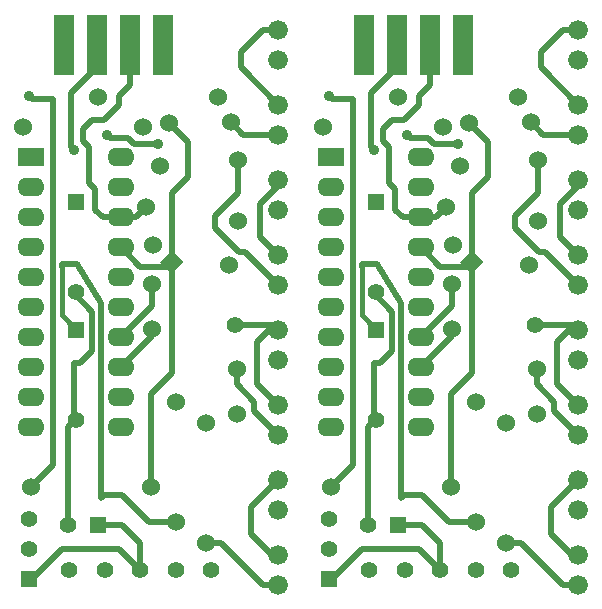
<source format=gbl>
G04 (created by PCBNEW-RS274X (2011-05-25)-stable) date Fri 31 Aug 2012 09:10:07 AM CDT*
G01*
G70*
G90*
%MOIN*%
G04 Gerber Fmt 3.4, Leading zero omitted, Abs format*
%FSLAX34Y34*%
G04 APERTURE LIST*
%ADD10C,0.006000*%
%ADD11C,0.055000*%
%ADD12C,0.060000*%
%ADD13R,0.090000X0.062000*%
%ADD14O,0.090000X0.062000*%
%ADD15R,0.070000X0.200000*%
%ADD16R,0.056000X0.056000*%
%ADD17C,0.056000*%
%ADD18C,0.066000*%
%ADD19R,0.055000X0.055000*%
%ADD20C,0.035000*%
%ADD21C,0.019700*%
%ADD22C,0.015000*%
G04 APERTURE END LIST*
G54D10*
G54D11*
X15581Y-18500D03*
X14400Y-18500D03*
X13219Y-18500D03*
X12038Y-18500D03*
X16762Y-18500D03*
G54D12*
X10500Y-03750D03*
X14500Y-03750D03*
X14750Y-15750D03*
X10750Y-15750D03*
X15600Y-16900D03*
X15600Y-12900D03*
X16600Y-17600D03*
X16600Y-13600D03*
X17614Y-13314D03*
X14786Y-10486D03*
X17614Y-11814D03*
X14786Y-08986D03*
X17347Y-08338D03*
X15053Y-05062D03*
X17664Y-04836D03*
X14836Y-07664D03*
X17647Y-06888D03*
X15353Y-03612D03*
X17414Y-03586D03*
X14586Y-06414D03*
X17000Y-02750D03*
X13000Y-02750D03*
G54D13*
X10750Y-04750D03*
G54D14*
X10750Y-05750D03*
X10750Y-06750D03*
X10750Y-07750D03*
X10750Y-08750D03*
X10750Y-09750D03*
X10750Y-10750D03*
X10750Y-11750D03*
X10750Y-12750D03*
X10750Y-13750D03*
X13750Y-13750D03*
X13750Y-12750D03*
X13750Y-11750D03*
X13750Y-10750D03*
X13750Y-09750D03*
X13750Y-08750D03*
X13750Y-07750D03*
X13750Y-06750D03*
X13750Y-05750D03*
X13750Y-04750D03*
G54D15*
X11850Y-01000D03*
X12950Y-01000D03*
X14050Y-01000D03*
X15150Y-01000D03*
G54D16*
X12250Y-10500D03*
G54D17*
X12250Y-13500D03*
G54D10*
G36*
X15835Y-08239D02*
X15439Y-08635D01*
X15043Y-08239D01*
X15439Y-07843D01*
X15835Y-08239D01*
X15835Y-08239D01*
G37*
G54D17*
X17561Y-10361D03*
G54D16*
X12250Y-06250D03*
G54D17*
X12250Y-09250D03*
G54D18*
X19000Y-01500D03*
X19000Y-00500D03*
X19000Y-04000D03*
X19000Y-03000D03*
X19000Y-06500D03*
X19000Y-05500D03*
X19000Y-09000D03*
X19000Y-08000D03*
X19000Y-11500D03*
X19000Y-10500D03*
X19000Y-14000D03*
X19000Y-13000D03*
X19000Y-16500D03*
X19000Y-15500D03*
X19000Y-19000D03*
X19000Y-18000D03*
G54D19*
X13000Y-17000D03*
G54D11*
X12000Y-17000D03*
G54D19*
X10700Y-18800D03*
G54D11*
X10700Y-17800D03*
X10700Y-16800D03*
G54D19*
X00700Y-18800D03*
G54D11*
X00700Y-17800D03*
X00700Y-16800D03*
G54D19*
X03000Y-17000D03*
G54D11*
X02000Y-17000D03*
G54D18*
X09000Y-19000D03*
X09000Y-18000D03*
X09000Y-16500D03*
X09000Y-15500D03*
X09000Y-14000D03*
X09000Y-13000D03*
X09000Y-11500D03*
X09000Y-10500D03*
X09000Y-09000D03*
X09000Y-08000D03*
X09000Y-06500D03*
X09000Y-05500D03*
X09000Y-04000D03*
X09000Y-03000D03*
X09000Y-01500D03*
X09000Y-00500D03*
G54D16*
X02250Y-06250D03*
G54D17*
X02250Y-09250D03*
G54D10*
G36*
X05835Y-08239D02*
X05439Y-08635D01*
X05043Y-08239D01*
X05439Y-07843D01*
X05835Y-08239D01*
X05835Y-08239D01*
G37*
G54D17*
X07561Y-10361D03*
G54D16*
X02250Y-10500D03*
G54D17*
X02250Y-13500D03*
G54D15*
X01850Y-01000D03*
X02950Y-01000D03*
X04050Y-01000D03*
X05150Y-01000D03*
G54D13*
X00750Y-04750D03*
G54D14*
X00750Y-05750D03*
X00750Y-06750D03*
X00750Y-07750D03*
X00750Y-08750D03*
X00750Y-09750D03*
X00750Y-10750D03*
X00750Y-11750D03*
X00750Y-12750D03*
X00750Y-13750D03*
X03750Y-13750D03*
X03750Y-12750D03*
X03750Y-11750D03*
X03750Y-10750D03*
X03750Y-09750D03*
X03750Y-08750D03*
X03750Y-07750D03*
X03750Y-06750D03*
X03750Y-05750D03*
X03750Y-04750D03*
G54D12*
X07000Y-02750D03*
X03000Y-02750D03*
X07414Y-03586D03*
X04586Y-06414D03*
X07647Y-06888D03*
X05353Y-03612D03*
X07664Y-04836D03*
X04836Y-07664D03*
X07347Y-08338D03*
X05053Y-05062D03*
X07614Y-11814D03*
X04786Y-08986D03*
X07614Y-13314D03*
X04786Y-10486D03*
X06600Y-17600D03*
X06600Y-13600D03*
X05600Y-16900D03*
X05600Y-12900D03*
X04750Y-15750D03*
X00750Y-15750D03*
X00500Y-03750D03*
X04500Y-03750D03*
G54D11*
X05581Y-18500D03*
X04400Y-18500D03*
X03219Y-18500D03*
X02038Y-18500D03*
X06762Y-18500D03*
G54D20*
X12200Y-04500D03*
X13300Y-04000D03*
X15000Y-04300D03*
X05000Y-04300D03*
X03300Y-04000D03*
X02200Y-04500D03*
X10700Y-02700D03*
X00700Y-02700D03*
G54D21*
X14250Y-06750D02*
X14586Y-06414D01*
X13750Y-06750D02*
X14250Y-06750D01*
X14050Y-02350D02*
X13700Y-02700D01*
X13700Y-02700D02*
X13700Y-03000D01*
X13700Y-03000D02*
X13200Y-03500D01*
X13200Y-03500D02*
X12800Y-03500D01*
X12800Y-03500D02*
X12500Y-03800D01*
X12500Y-03800D02*
X12500Y-04200D01*
X12500Y-04200D02*
X12700Y-04400D01*
X12700Y-04400D02*
X12700Y-05600D01*
X12700Y-05600D02*
X12900Y-05800D01*
X12900Y-05800D02*
X12900Y-06500D01*
X12900Y-06500D02*
X13150Y-06750D01*
X13150Y-06750D02*
X13750Y-06750D01*
X14050Y-01000D02*
X14050Y-02350D01*
X04050Y-01000D02*
X04050Y-02350D01*
X03150Y-06750D02*
X03750Y-06750D01*
X02900Y-06500D02*
X03150Y-06750D01*
X02900Y-05800D02*
X02900Y-06500D01*
X02700Y-05600D02*
X02900Y-05800D01*
X02700Y-04400D02*
X02700Y-05600D01*
X02500Y-04200D02*
X02700Y-04400D01*
X02500Y-03800D02*
X02500Y-04200D01*
X02800Y-03500D02*
X02500Y-03800D01*
X03200Y-03500D02*
X02800Y-03500D01*
X03700Y-03000D02*
X03200Y-03500D01*
X03700Y-02700D02*
X03700Y-03000D01*
X04050Y-02350D02*
X03700Y-02700D01*
X03750Y-06750D02*
X04250Y-06750D01*
X04250Y-06750D02*
X04586Y-06414D01*
X14750Y-12650D02*
X14750Y-15750D01*
X14400Y-08400D02*
X15278Y-08400D01*
X15278Y-08400D02*
X15439Y-08239D01*
X13750Y-07750D02*
X14400Y-08400D01*
X15439Y-03698D02*
X15353Y-03612D01*
X15439Y-11961D02*
X14750Y-12650D01*
X15439Y-08239D02*
X15439Y-11961D01*
X15439Y-05961D02*
X16000Y-05400D01*
X16000Y-05400D02*
X16000Y-04259D01*
X16000Y-04259D02*
X15353Y-03612D01*
X15439Y-08239D02*
X15439Y-05961D01*
X05439Y-08239D02*
X05439Y-05961D01*
X06000Y-04259D02*
X05353Y-03612D01*
X06000Y-05400D02*
X06000Y-04259D01*
X05439Y-05961D02*
X06000Y-05400D01*
X05439Y-08239D02*
X05439Y-11961D01*
X05439Y-11961D02*
X04750Y-12650D01*
X05439Y-03698D02*
X05353Y-03612D01*
X03750Y-07750D02*
X04400Y-08400D01*
X05278Y-08400D02*
X05439Y-08239D01*
X04400Y-08400D02*
X05278Y-08400D01*
X04750Y-12650D02*
X04750Y-15750D01*
G54D22*
X11800Y-09176D02*
X11776Y-09200D01*
X11776Y-09200D02*
X11776Y-10026D01*
X11776Y-10026D02*
X12250Y-10500D01*
G54D21*
X11800Y-08300D02*
X11800Y-08400D01*
X12300Y-08300D02*
X11800Y-08300D01*
X13100Y-09600D02*
X12300Y-08300D01*
X13100Y-09600D02*
X13100Y-09600D01*
G54D22*
X11800Y-08400D02*
X11800Y-09176D01*
G54D21*
X13100Y-16100D02*
X13200Y-16000D01*
X13100Y-16000D02*
X13100Y-16100D01*
X13100Y-09600D02*
X13100Y-16000D01*
X13800Y-16000D02*
X14700Y-16900D01*
X14700Y-16900D02*
X15600Y-16900D01*
X13100Y-16000D02*
X13800Y-16000D01*
X03100Y-16000D02*
X03800Y-16000D01*
X04700Y-16900D02*
X05600Y-16900D01*
X03800Y-16000D02*
X04700Y-16900D01*
X03100Y-09600D02*
X03100Y-16000D01*
X03100Y-16000D02*
X03100Y-16100D01*
X03100Y-16100D02*
X03200Y-16000D01*
G54D22*
X01800Y-08400D02*
X01800Y-09176D01*
G54D21*
X03100Y-09600D02*
X03100Y-09600D01*
X03100Y-09600D02*
X02300Y-08300D01*
X02300Y-08300D02*
X01800Y-08300D01*
X01800Y-08300D02*
X01800Y-08400D01*
G54D22*
X01776Y-10026D02*
X02250Y-10500D01*
X01776Y-09200D02*
X01776Y-10026D01*
X01800Y-09176D02*
X01776Y-09200D01*
G54D21*
X18500Y-00500D02*
X17750Y-01250D01*
X17750Y-01250D02*
X17750Y-01750D01*
X17750Y-01750D02*
X19000Y-03000D01*
X19000Y-00500D02*
X18500Y-00500D01*
X19000Y-05700D02*
X18400Y-06300D01*
X18400Y-06300D02*
X18400Y-07400D01*
X18400Y-07400D02*
X19000Y-08000D01*
X19000Y-05500D02*
X19000Y-05700D01*
X18800Y-18000D02*
X18100Y-17300D01*
X18100Y-17300D02*
X18100Y-16400D01*
X18100Y-16400D02*
X19000Y-15500D01*
X19000Y-18000D02*
X18800Y-18000D01*
X12250Y-09350D02*
X12800Y-09900D01*
X12800Y-09900D02*
X12800Y-11200D01*
X12800Y-11200D02*
X12400Y-11600D01*
X12400Y-11600D02*
X12200Y-11600D01*
X12250Y-09250D02*
X12250Y-09350D01*
X12200Y-13450D02*
X12250Y-13500D01*
X12200Y-11600D02*
X12200Y-13450D01*
X12000Y-13750D02*
X12250Y-13500D01*
X12000Y-17000D02*
X12000Y-13750D01*
X18861Y-10361D02*
X19000Y-10500D01*
X17561Y-10361D02*
X18861Y-10361D01*
X18700Y-10500D02*
X18300Y-10900D01*
X18300Y-10900D02*
X18300Y-12300D01*
X18300Y-12300D02*
X19000Y-13000D01*
X19000Y-10500D02*
X18700Y-10500D01*
X09000Y-10500D02*
X08700Y-10500D01*
X08300Y-12300D02*
X09000Y-13000D01*
X08300Y-10900D02*
X08300Y-12300D01*
X08700Y-10500D02*
X08300Y-10900D01*
X07561Y-10361D02*
X08861Y-10361D01*
X08861Y-10361D02*
X09000Y-10500D01*
X02000Y-17000D02*
X02000Y-13750D01*
X02000Y-13750D02*
X02250Y-13500D01*
X02200Y-11600D02*
X02200Y-13450D01*
X02200Y-13450D02*
X02250Y-13500D01*
X02250Y-09250D02*
X02250Y-09350D01*
X02400Y-11600D02*
X02200Y-11600D01*
X02800Y-11200D02*
X02400Y-11600D01*
X02800Y-09900D02*
X02800Y-11200D01*
X02250Y-09350D02*
X02800Y-09900D01*
X09000Y-18000D02*
X08800Y-18000D01*
X08100Y-16400D02*
X09000Y-15500D01*
X08100Y-17300D02*
X08100Y-16400D01*
X08800Y-18000D02*
X08100Y-17300D01*
X09000Y-05500D02*
X09000Y-05700D01*
X08400Y-07400D02*
X09000Y-08000D01*
X08400Y-06300D02*
X08400Y-07400D01*
X09000Y-05700D02*
X08400Y-06300D01*
X09000Y-00500D02*
X08500Y-00500D01*
X07750Y-01750D02*
X09000Y-03000D01*
X07750Y-01250D02*
X07750Y-01750D01*
X08500Y-00500D02*
X07750Y-01250D01*
X17828Y-04000D02*
X17414Y-03586D01*
X19000Y-04000D02*
X17828Y-04000D01*
X09000Y-04000D02*
X07828Y-04000D01*
X07828Y-04000D02*
X07414Y-03586D01*
X17664Y-05936D02*
X16900Y-06700D01*
X16900Y-06700D02*
X16900Y-07100D01*
X16900Y-07100D02*
X17700Y-07900D01*
X17700Y-07900D02*
X17900Y-07900D01*
X17900Y-07900D02*
X18300Y-08300D01*
X18300Y-08300D02*
X19000Y-09000D01*
X17664Y-04836D02*
X17664Y-05936D01*
X07664Y-04836D02*
X07664Y-05936D01*
X08300Y-08300D02*
X09000Y-09000D01*
X07900Y-07900D02*
X08300Y-08300D01*
X07700Y-07900D02*
X07900Y-07900D01*
X06900Y-07100D02*
X07700Y-07900D01*
X06900Y-06700D02*
X06900Y-07100D01*
X07664Y-05936D02*
X06900Y-06700D01*
X12950Y-01750D02*
X12100Y-02600D01*
X12100Y-02600D02*
X12100Y-04400D01*
X12100Y-04400D02*
X12200Y-04500D01*
X13300Y-04000D02*
X13400Y-04100D01*
X13400Y-04100D02*
X14000Y-04100D01*
X14000Y-04100D02*
X14200Y-04300D01*
X14200Y-04300D02*
X15000Y-04300D01*
X12950Y-01000D02*
X12950Y-01750D01*
X02950Y-01000D02*
X02950Y-01750D01*
X04200Y-04300D02*
X05000Y-04300D01*
X04000Y-04100D02*
X04200Y-04300D01*
X03400Y-04100D02*
X04000Y-04100D01*
X03300Y-04000D02*
X03400Y-04100D01*
X02100Y-04400D02*
X02200Y-04500D01*
X02100Y-02600D02*
X02100Y-04400D01*
X02950Y-01750D02*
X02100Y-02600D01*
X17100Y-17600D02*
X18500Y-19000D01*
X18500Y-19000D02*
X19000Y-19000D01*
X16600Y-17600D02*
X17100Y-17600D01*
X06600Y-17600D02*
X07100Y-17600D01*
X08500Y-19000D02*
X09000Y-19000D01*
X07100Y-17600D02*
X08500Y-19000D01*
X17614Y-12314D02*
X18200Y-12900D01*
X18200Y-12900D02*
X18200Y-13200D01*
X18200Y-13200D02*
X19000Y-14000D01*
X17614Y-11814D02*
X17614Y-12314D01*
X07614Y-11814D02*
X07614Y-12314D01*
X08200Y-13200D02*
X09000Y-14000D01*
X08200Y-12900D02*
X08200Y-13200D01*
X07614Y-12314D02*
X08200Y-12900D01*
X14786Y-09714D02*
X13750Y-10750D01*
X14786Y-08986D02*
X14786Y-09714D01*
X04786Y-08986D02*
X04786Y-09714D01*
X04786Y-09714D02*
X03750Y-10750D01*
X14786Y-10714D02*
X13750Y-11750D01*
X14786Y-10486D02*
X14786Y-10714D01*
X04786Y-10486D02*
X04786Y-10714D01*
X04786Y-10714D02*
X03750Y-11750D01*
X10800Y-02800D02*
X11500Y-02800D01*
X10700Y-02700D02*
X10800Y-02800D01*
X11500Y-02800D02*
X11500Y-15000D01*
X11500Y-15000D02*
X10750Y-15750D01*
X01500Y-15000D02*
X00750Y-15750D01*
X01500Y-02800D02*
X01500Y-15000D01*
X00700Y-02700D02*
X00800Y-02800D01*
X00800Y-02800D02*
X01500Y-02800D01*
X14400Y-17600D02*
X13800Y-17000D01*
X13800Y-17000D02*
X13000Y-17000D01*
X14400Y-18500D02*
X14400Y-17600D01*
X10800Y-18800D02*
X11800Y-17800D01*
X11800Y-17800D02*
X13700Y-17800D01*
X13700Y-17800D02*
X14400Y-18500D01*
X10700Y-18800D02*
X10800Y-18800D01*
X00700Y-18800D02*
X00800Y-18800D01*
X03700Y-17800D02*
X04400Y-18500D01*
X01800Y-17800D02*
X03700Y-17800D01*
X00800Y-18800D02*
X01800Y-17800D01*
X04400Y-18500D02*
X04400Y-17600D01*
X03800Y-17000D02*
X03000Y-17000D01*
X04400Y-17600D02*
X03800Y-17000D01*
M02*

</source>
